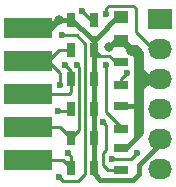
<source format=gbl>
G04 #@! TF.FileFunction,Copper,L2,Bot,Signal*
%FSLAX46Y46*%
G04 Gerber Fmt 4.6, Leading zero omitted, Abs format (unit mm)*
G04 Created by KiCad (PCBNEW 4.0.2-stable) date 26/07/2016 9:56:19 PM*
%MOMM*%
G01*
G04 APERTURE LIST*
%ADD10C,0.100000*%
%ADD11R,2.032000X1.727200*%
%ADD12O,2.032000X1.727200*%
%ADD13R,4.080000X1.778000*%
%ADD14R,1.250000X1.000000*%
%ADD15R,0.700000X1.300000*%
%ADD16R,1.300000X0.700000*%
%ADD17C,0.800000*%
%ADD18C,0.600000*%
%ADD19C,0.450000*%
%ADD20C,0.250000*%
%ADD21C,0.500000*%
G04 APERTURE END LIST*
D10*
D11*
X143585000Y-103650000D03*
D12*
X143585000Y-106190000D03*
X143585000Y-108730000D03*
X143585000Y-111270000D03*
X143585000Y-113810000D03*
X143585000Y-116350000D03*
D13*
X132417000Y-112794000D03*
X132417000Y-110000000D03*
X132417000Y-107206000D03*
X132417000Y-104412000D03*
X132417000Y-115588000D03*
D14*
X140250000Y-103500000D03*
X140250000Y-105500000D03*
D15*
X137950000Y-111250000D03*
X136050000Y-111250000D03*
X137950000Y-108750000D03*
X136050000Y-108750000D03*
X137950000Y-106250000D03*
X136050000Y-106250000D03*
X137950000Y-116250000D03*
X136050000Y-116250000D03*
X137950000Y-113750000D03*
X136050000Y-113750000D03*
D16*
X140250000Y-107300000D03*
X140250000Y-109200000D03*
X140250000Y-116450000D03*
X140250000Y-114550000D03*
D15*
X136050000Y-103750000D03*
X137950000Y-103750000D03*
D16*
X140250000Y-112950000D03*
X140250000Y-111050000D03*
D17*
X135000000Y-103750000D03*
X141125000Y-106375000D03*
X139250000Y-106000000D03*
D18*
X135000000Y-117000000D03*
X135250000Y-105000000D03*
X136500000Y-107500000D03*
X135500000Y-107500000D03*
X135076000Y-109238000D03*
X141650000Y-115000000D03*
X139500000Y-115500000D03*
X135750000Y-115000000D03*
X134949000Y-111397000D03*
X139000000Y-103250000D03*
X140750000Y-108250000D03*
X138750000Y-112400000D03*
X137000000Y-103000000D03*
X139000000Y-107500000D03*
D19*
X135000000Y-103750000D02*
X134750000Y-104000000D01*
X134750000Y-104000000D02*
X132829000Y-104000000D01*
X132829000Y-104000000D02*
X132417000Y-104412000D01*
X138229000Y-105229000D02*
X138179000Y-105279000D01*
X138179000Y-105279000D02*
X137721000Y-105279000D01*
X137950000Y-105508000D02*
X138229000Y-105229000D01*
X138229000Y-105229000D02*
X139958000Y-103500000D01*
X139958000Y-103500000D02*
X140250000Y-103500000D01*
D20*
X139250000Y-106750000D02*
X138200002Y-106750000D01*
X138200002Y-106750000D02*
X137950000Y-106499998D01*
X137950000Y-106499998D02*
X137950000Y-106250000D01*
D19*
X141750000Y-116000000D02*
X143460000Y-114290000D01*
X143585000Y-113915000D02*
X143585000Y-113810000D01*
D20*
X139250000Y-106750000D02*
X138450000Y-106750000D01*
X138450000Y-106750000D02*
X137950000Y-106250000D01*
X139800000Y-107300000D02*
X139250000Y-106750000D01*
D21*
X137950000Y-105800000D02*
X137950000Y-106250000D01*
D19*
X135000000Y-103750000D02*
X134338000Y-104412000D01*
D20*
X134338000Y-104412000D02*
X132417000Y-104412000D01*
X136050000Y-103750000D02*
X136050000Y-103450000D01*
D19*
X135000000Y-103750000D02*
X136050000Y-103750000D01*
X141750000Y-116000000D02*
X141750000Y-116750000D01*
X141750000Y-116750000D02*
X141250000Y-117250000D01*
X141250000Y-117250000D02*
X138500000Y-117250000D01*
X138500000Y-117250000D02*
X137950000Y-116700000D01*
X137950000Y-116700000D02*
X137950000Y-116250000D01*
D20*
X137950000Y-106250000D02*
X137950000Y-105800000D01*
X136050000Y-103750000D02*
X136050000Y-103608000D01*
D19*
X136050000Y-103608000D02*
X137721000Y-105279000D01*
X137721000Y-105279000D02*
X137950000Y-105508000D01*
X137950000Y-105508000D02*
X137950000Y-106250000D01*
D20*
X138010000Y-113810000D02*
X137950000Y-113750000D01*
D19*
X137950000Y-108750000D02*
X137950000Y-106250000D01*
X137950000Y-111250000D02*
X137950000Y-108750000D01*
X137950000Y-113750000D02*
X137950000Y-111250000D01*
X137950000Y-116250000D02*
X137950000Y-113750000D01*
X141750000Y-113500000D02*
X142000000Y-113250000D01*
X142000000Y-113250000D02*
X142000000Y-109500000D01*
X142000000Y-109500000D02*
X142770000Y-108730000D01*
X142770000Y-108730000D02*
X143585000Y-108730000D01*
X141500000Y-106000000D02*
X142000000Y-106500000D01*
X142000000Y-106500000D02*
X142000000Y-108000000D01*
X142000000Y-108000000D02*
X142730000Y-108730000D01*
X142730000Y-108730000D02*
X143585000Y-108730000D01*
X141750000Y-106750000D02*
X141750000Y-106250000D01*
X141750000Y-106250000D02*
X141500000Y-106000000D01*
X141500000Y-106000000D02*
X140750000Y-106000000D01*
X140750000Y-106000000D02*
X140250000Y-105500000D01*
D20*
X141375000Y-106375000D02*
X141125000Y-106375000D01*
D19*
X140250000Y-111050000D02*
X141500000Y-111050000D01*
X141500000Y-111050000D02*
X141500000Y-111000000D01*
X142250000Y-109000000D02*
X141500000Y-109750000D01*
X142250000Y-108500000D02*
X141500000Y-107750000D01*
X140250000Y-105500000D02*
X140500000Y-105500000D01*
X140500000Y-105500000D02*
X141375000Y-106375000D01*
X141375000Y-106375000D02*
X141750000Y-106750000D01*
X141750000Y-106750000D02*
X141750000Y-107250000D01*
X141500000Y-106750000D02*
X141750000Y-107000000D01*
X141750000Y-113500000D02*
X141500000Y-113750000D01*
X141750000Y-107000000D02*
X141750000Y-107250000D01*
X141750000Y-107250000D02*
X141750000Y-113500000D01*
X143585000Y-108730000D02*
X143315000Y-109000000D01*
X143315000Y-109000000D02*
X142250000Y-109000000D01*
X142250000Y-109000000D02*
X142000000Y-109000000D01*
X142000000Y-109000000D02*
X141500000Y-109500000D01*
X143585000Y-108730000D02*
X143355000Y-108500000D01*
X143355000Y-108500000D02*
X142250000Y-108500000D01*
X142250000Y-108500000D02*
X142000000Y-108500000D01*
X142000000Y-108500000D02*
X141500000Y-108000000D01*
X143585000Y-108730000D02*
X141500000Y-108730000D01*
X141500000Y-108730000D02*
X141500000Y-108750000D01*
X141500000Y-113750000D02*
X141500000Y-111000000D01*
X141500000Y-111000000D02*
X141500000Y-109750000D01*
X141500000Y-109750000D02*
X141500000Y-109500000D01*
X141500000Y-109500000D02*
X141500000Y-108750000D01*
X141500000Y-113750000D02*
X140700000Y-114550000D01*
X141500000Y-108750000D02*
X141500000Y-108000000D01*
X141500000Y-108000000D02*
X141500000Y-107750000D01*
X141500000Y-107750000D02*
X141500000Y-106750000D01*
X141500000Y-106750000D02*
X140250000Y-105500000D01*
X140700000Y-114550000D02*
X140250000Y-114550000D01*
X139750000Y-105500000D02*
X139250000Y-106000000D01*
X140250000Y-114550000D02*
X140450000Y-114550000D01*
D20*
X139750000Y-105500000D02*
X140250000Y-105500000D01*
X143585000Y-108730000D02*
X143480000Y-108730000D01*
X135365000Y-117365000D02*
X136635000Y-117365000D01*
X135000000Y-117000000D02*
X135365000Y-117365000D01*
X137250000Y-116750000D02*
X137250000Y-115750000D01*
X137250000Y-115750000D02*
X137250000Y-113500000D01*
X137250000Y-113500000D02*
X137250000Y-105750000D01*
X137250000Y-105750000D02*
X136500000Y-105000000D01*
X136500000Y-105000000D02*
X135250000Y-105000000D01*
X136635000Y-117365000D02*
X137250000Y-116750000D01*
X136750000Y-107750000D02*
X136750000Y-113050000D01*
X136750000Y-113050000D02*
X136050000Y-113750000D01*
X136750000Y-112250000D02*
X136750000Y-112250000D01*
X136500000Y-107500000D02*
X136750000Y-107750000D01*
X136750000Y-107750000D02*
X136750000Y-112250000D01*
X136050000Y-113750000D02*
X135094000Y-112794000D01*
X135094000Y-112794000D02*
X132417000Y-112794000D01*
X132417000Y-110000000D02*
X135838000Y-110000000D01*
X136050000Y-109788000D02*
X136050000Y-108750000D01*
X135838000Y-110000000D02*
X136050000Y-109788000D01*
X136050000Y-108750000D02*
X136050000Y-108050000D01*
X136050000Y-108050000D02*
X135500000Y-107500000D01*
X136050000Y-108550000D02*
X136050000Y-108750000D01*
X132417000Y-107206000D02*
X134060000Y-107206000D01*
X134060000Y-107206000D02*
X135076000Y-108222000D01*
X135076000Y-108222000D02*
X135076000Y-109238000D01*
X133706000Y-107206000D02*
X132417000Y-107206000D01*
X136050000Y-106250000D02*
X135000000Y-106250000D01*
X135000000Y-106250000D02*
X134044000Y-107206000D01*
X134044000Y-107206000D02*
X132417000Y-107206000D01*
X141650000Y-115000000D02*
X141150000Y-115500000D01*
X141150000Y-115500000D02*
X139500000Y-115500000D01*
X136050000Y-116250000D02*
X136050000Y-115300000D01*
X136050000Y-115300000D02*
X135750000Y-115000000D01*
X136050000Y-116250000D02*
X135388000Y-115588000D01*
X135388000Y-115588000D02*
X132417000Y-115588000D01*
X134949000Y-111397000D02*
X135903000Y-111397000D01*
X135903000Y-111397000D02*
X136050000Y-111250000D01*
X136050000Y-111250000D02*
X135800000Y-111500000D01*
X141500000Y-104750000D02*
X142940000Y-106190000D01*
X139240000Y-102510000D02*
X141260000Y-102510000D01*
X141260000Y-102510000D02*
X141500000Y-102750000D01*
X141500000Y-102750000D02*
X141500000Y-104750000D01*
X139000000Y-102750000D02*
X139000000Y-103250000D01*
X139240000Y-102510000D02*
X139000000Y-102750000D01*
X142940000Y-106190000D02*
X143585000Y-106190000D01*
X140750000Y-108250000D02*
X140250000Y-108750000D01*
X140250000Y-108750000D02*
X140250000Y-109200000D01*
X140550000Y-109200000D02*
X140250000Y-109200000D01*
X140250000Y-116450000D02*
X139200000Y-116450000D01*
X139200000Y-116450000D02*
X138750000Y-116000000D01*
X138750000Y-112400000D02*
X139000000Y-112650000D01*
X139000000Y-112650000D02*
X139000000Y-114750000D01*
X138750000Y-116000000D02*
X138750000Y-115000000D01*
X138750000Y-115000000D02*
X139000000Y-114750000D01*
X137000000Y-103000000D02*
X137750000Y-103750000D01*
X137750000Y-103750000D02*
X137950000Y-103750000D01*
X137950000Y-103750000D02*
X138000000Y-103750000D01*
X139000000Y-107500000D02*
X139000000Y-111500000D01*
X139000000Y-111500000D02*
X140250000Y-112750000D01*
X140250000Y-112750000D02*
X140250000Y-112950000D01*
M02*

</source>
